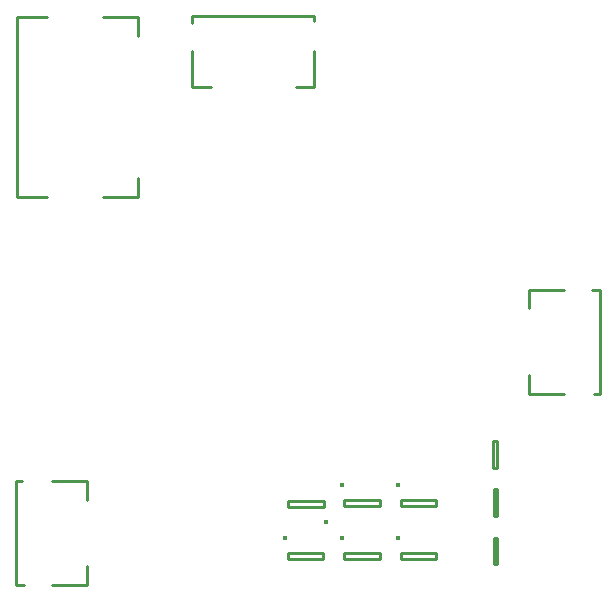
<source format=gbo>
G04 DipTrace 2.4.0.2*
%INBottomSilk.gbr*%
%MOIN*%
%ADD10C,0.0098*%
%ADD29C,0.0154*%
%FSLAX44Y44*%
G04*
G70*
G90*
G75*
G01*
%LNBotSilk*%
%LPD*%
X4345Y18264D2*
D10*
X5345D1*
X4345D2*
Y24264D1*
X5345D1*
X7185D2*
X8365D1*
X7185Y18264D2*
X8365D1*
X8372D2*
Y18894D1*
Y23634D2*
Y24264D1*
D29*
X14644Y7421D3*
X14552Y7922D2*
D10*
X13370D1*
Y8119D1*
X14552D1*
Y7922D1*
D29*
X17027Y6902D3*
X17119Y6401D2*
D10*
X18300D1*
Y6204D1*
X17119D1*
Y6401D1*
D29*
X17027Y8652D3*
X17119Y8151D2*
D10*
X18300D1*
Y7954D1*
X17119D1*
Y8151D1*
D29*
X15152Y6902D3*
X15244Y6401D2*
D10*
X16425D1*
Y6204D1*
X15244D1*
Y6401D1*
D29*
X13277Y6902D3*
X13369Y6401D2*
D10*
X14550D1*
Y6204D1*
X13369D1*
Y6401D1*
D29*
X15152Y8652D3*
X15244Y8151D2*
D10*
X16425D1*
Y7954D1*
X15244D1*
Y8151D1*
X20223Y6893D2*
X20347D1*
Y6018D1*
X20223D1*
Y6893D1*
X20332Y9243D2*
X20208D1*
Y10118D1*
X20332D1*
Y9243D1*
X20223Y8518D2*
X20347D1*
Y7643D1*
X20223D1*
Y8518D1*
X23511Y15183D2*
X23761D1*
Y11703D1*
X23571D1*
X22571D2*
X21392D1*
X22571Y15183D2*
X21392D1*
X21384D2*
Y14553D1*
Y12333D2*
Y11703D1*
X4555Y5327D2*
X4305D1*
Y8807D1*
X4495D1*
X5495D2*
X6675D1*
X5495Y5327D2*
X6675D1*
X6682D2*
Y5957D1*
Y8177D2*
Y8807D1*
X10170Y24067D2*
Y24317D1*
X14250D1*
Y24127D1*
Y23127D2*
Y21947D1*
X13620Y21939D2*
X14250D1*
X10170Y23127D2*
Y21947D1*
Y21939D2*
X10800D1*
M02*

</source>
